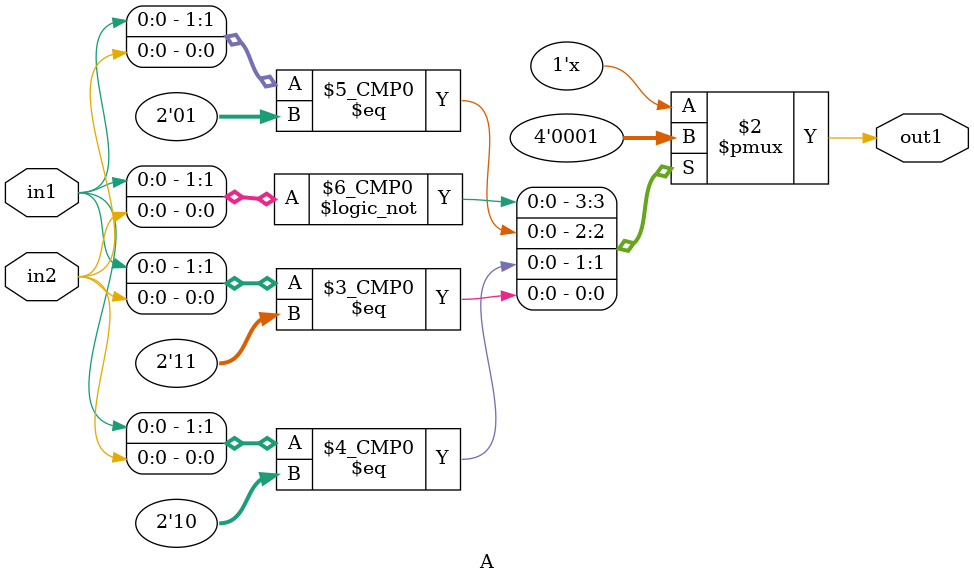
<source format=v>
module A(output out1,  input in1, in2);
  always@(in1,in2)
    begin
      case({in1,in2})
        2'b00: {out1} = 1'b0;
        2'b01: {out1} = 1'b0;
        2'b10: {out1} = 1'b0;
        2'b11: {out1} = 1'b1;
      endcase
    end
endmodule

</source>
